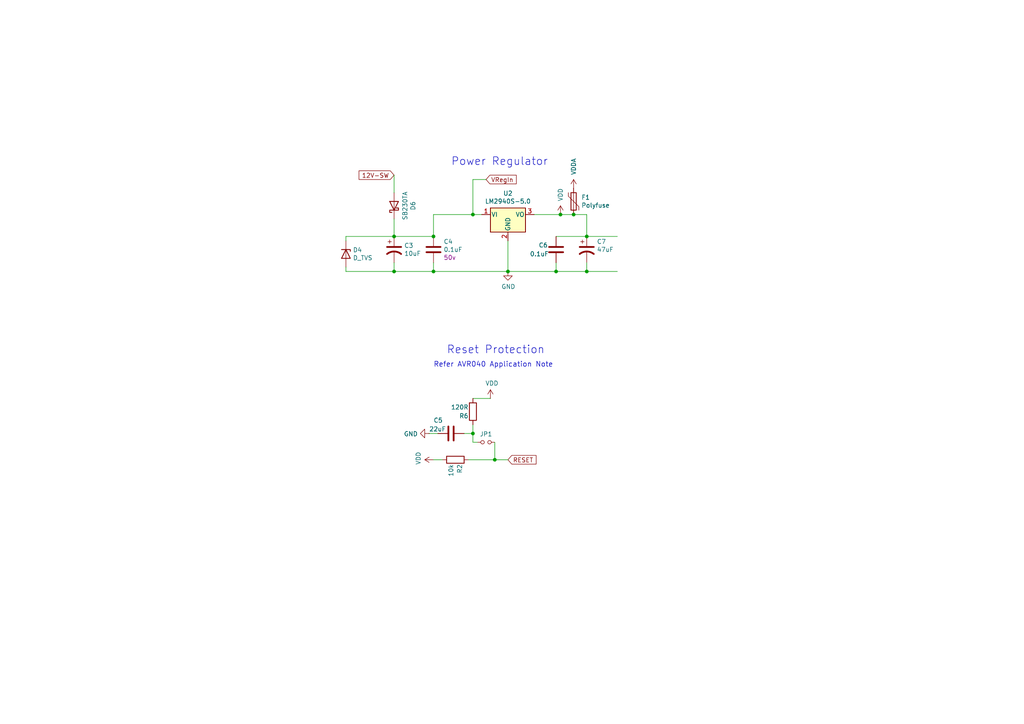
<source format=kicad_sch>
(kicad_sch (version 20231120) (generator "eeschema") (generator_version "8.0")
  (paper "A4")
  (lib_symbols
    (symbol "Device:C" (pin_numbers hide) (pin_names (offset 0.254))
      (property "Reference" "C" (at 0.635 2.54 0))
      (property "Value" "C" (at 0.635 -2.54 0))
      (symbol "C_0_1"
        (polyline (pts (xy -2.032 -0.762) (xy 2.032 -0.762)) (stroke (width 0.508)))
        (polyline (pts (xy -2.032 0.762) (xy 2.032 0.762)) (stroke (width 0.508)))
      )
      (symbol "C_1_1"
        (pin passive line (at 0 3.81 270) (length 2.794) (name "~") (number "1"))
        (pin passive line (at 0 -3.81 90) (length 2.794) (name "~") (number "2"))
      )
    )
    (symbol "Device:CP1" (pin_numbers hide) (pin_names (offset 0.254) hide)
      (property "Reference" "C" (at 0.635 2.54 0))
      (property "Value" "Device_CP1" (at 0.635 -2.54 0))
      (symbol "CP1_0_1"
        (polyline (pts (xy -2.032 0.762) (xy 2.032 0.762)) (stroke (width 0.508)))
        (polyline (pts (xy -1.778 2.286) (xy -0.762 2.286)))
        (polyline (pts (xy -1.27 1.778) (xy -1.27 2.794)))
        (arc (start 2.032 -1.27) (mid 0 -0.5572) (end -2.032 -1.27) (stroke (width 0.508)))
      )
      (symbol "CP1_1_1"
        (pin passive line (at 0 3.81 270) (length 2.794) (name "~") (number "1"))
        (pin passive line (at 0 -3.81 90) (length 3.302) (name "~") (number "2"))
      )
    )
    (symbol "Device:D_Schottky" (pin_numbers hide) (pin_names (offset 1.016) hide)
      (property "Reference" "D" (at 0 2.54 0))
      (property "Value" "D_Schottky" (at 0 -2.54 0))
      (symbol "D_Schottky_0_1"
        (polyline (pts (xy 1.27 0) (xy -1.27 0)))
        (polyline (pts (xy 1.27 1.27) (xy 1.27 -1.27) (xy -1.27 0) (xy 1.27 1.27)) (stroke (width 0.254)))
        (polyline (pts (xy -1.905 0.635) (xy -1.905 1.27) (xy -1.27 1.27) (xy -1.27 -1.27) (xy -0.635 -1.27) (xy -0.635 -0.635)) (stroke (width 0.254)))
      )
      (symbol "D_Schottky_1_1"
        (pin passive line (at -3.81 0 0) (length 2.54) (name "K") (number "1"))
        (pin passive line (at 3.81 0 180) (length 2.54) (name "A") (number "2"))
      )
    )
    (symbol "Device:D_Zener" (pin_numbers hide) (pin_names (offset 1.016) hide)
      (property "Reference" "D" (at 0 2.54 0))
      (property "Value" "D_Zener" (at 0 -2.54 0))
      (symbol "D_Zener_0_1"
        (polyline (pts (xy 1.27 0) (xy -1.27 0)))
        (polyline (pts (xy -1.27 -1.27) (xy -1.27 1.27) (xy -0.762 1.27)) (stroke (width 0.254)))
        (polyline (pts (xy 1.27 -1.27) (xy 1.27 1.27) (xy -1.27 0) (xy 1.27 -1.27)) (stroke (width 0.254)))
      )
      (symbol "D_Zener_1_1"
        (pin passive line (at -3.81 0 0) (length 2.54) (name "K") (number "1"))
        (pin passive line (at 3.81 0 180) (length 2.54) (name "A") (number "2"))
      )
    )
    (symbol "Device:Jumper_NO_Small" (pin_numbers hide) (pin_names (offset 0.762) hide)
      (property "Reference" "JP" (at 0 2.032 0))
      (property "Value" "Device_Jumper_NO_Small" (at 0.254 -1.524 0))
      (symbol "Jumper_NO_Small_0_1"
        (circle (center -1.016 0) (radius 0.508))
        (circle (center 1.016 0) (radius 0.508))
        (pin passive line (at -2.54 0 0) (length 1.016) (name "1") (number "1"))
        (pin passive line (at 2.54 0 180) (length 1.016) (name "2") (number "2"))
      )
    )
    (symbol "Device:Polyfuse" (pin_numbers hide) (pin_names (offset 0))
      (property "Reference" "F" (at -2.54 0 90))
      (property "Value" "Polyfuse" (at 2.54 0 90))
      (symbol "Polyfuse_0_1"
        (rectangle (start -0.762 2.54) (end 0.762 -2.54) (stroke (width 0.254)))
        (polyline (pts (xy 0 2.54) (xy 0 -2.54)))
        (polyline (pts (xy -1.524 2.54) (xy -1.524 1.524) (xy 1.524 -1.524) (xy 1.524 -2.54)))
      )
      (symbol "Polyfuse_1_1"
        (pin passive line (at 0 3.81 270) (length 1.27) (name "~") (number "1"))
        (pin passive line (at 0 -3.81 90) (length 1.27) (name "~") (number "2"))
      )
    )
    (symbol "Device:R" (pin_numbers hide) (pin_names (offset 0))
      (property "Reference" "R" (at 2.032 0 90))
      (property "Value" "R" (at 0 0 90))
      (symbol "R_0_1"
        (rectangle (start -1.016 -2.54) (end 1.016 2.54) (stroke (width 0.254)))
      )
      (symbol "R_1_1"
        (pin passive line (at 0 3.81 270) (length 1.27) (name "~") (number "1"))
        (pin passive line (at 0 -3.81 90) (length 1.27) (name "~") (number "2"))
      )
    )
    (symbol "Regulator_Linear:LM2937xS" (pin_names (offset 0.254))
      (property "Reference" "U" (at -3.81 3.175 0))
      (property "Value" "LM2937xS" (at 0 3.175 0))
      (symbol "LM2937xS_0_1"
        (rectangle (start -5.08 -5.08) (end 5.08 1.905) (stroke (width 0.254)) (fill (type background)))
      )
      (symbol "LM2937xS_1_1"
        (pin power_in line (at -7.62 0 0) (length 2.54) (name "VI") (number "1"))
        (pin power_in line (at 0 -7.62 90) (length 2.54) (name "GND") (number "2"))
        (pin power_out line (at 7.62 0 180) (length 2.54) (name "VO") (number "3"))
      )
    )
    (symbol "power:GND" (power) (pin_numbers hide) (pin_names (offset 0) hide)
      (property "Value" "GND" (at 0 -3.81 0))
      (symbol "GND_0_1"
        (polyline (pts (xy 0 0) (xy 0 -1.27) (xy 1.27 -1.27) (xy 0 -2.54) (xy -1.27 -1.27) (xy 0 -1.27)))
      )
      (symbol "GND_1_1"
        (pin power_in line (at 0 0 270) (length 0) (name "~") (number "1"))
      )
    )
    (symbol "power:VDD" (power) (pin_numbers hide) (pin_names (offset 0) hide)
      (property "Value" "VDD" (at 0 3.556 0))
      (symbol "VDD_0_1"
        (polyline (pts (xy -0.762 1.27) (xy 0 2.54)))
        (polyline (pts (xy 0 0) (xy 0 2.54)))
        (polyline (pts (xy 0 2.54) (xy 0.762 1.27)))
      )
      (symbol "VDD_1_1"
        (pin power_in line (at 0 0 90) (length 0) (name "~") (number "1"))
      )
    )
    (symbol "power:VDDA" (power) (pin_numbers hide) (pin_names (offset 0) hide)
      (property "Value" "VDDA" (at 0 3.556 0))
      (symbol "VDDA_0_1"
        (polyline (pts (xy -0.762 1.27) (xy 0 2.54)))
        (polyline (pts (xy 0 0) (xy 0 2.54)))
        (polyline (pts (xy 0 2.54) (xy 0.762 1.27)))
      )
      (symbol "VDDA_1_1"
        (pin power_in line (at 0 0 90) (length 0) (name "~") (number "1"))
      )
    )
  )
  (junction (at 147.32 78.74))
  (junction (at 125.73 78.74))
  (junction (at 143.51 133.35))
  (junction (at 161.29 78.74))
  (junction (at 137.16 62.23))
  (junction (at 125.73 68.58))
  (junction (at 114.3 68.58))
  (junction (at 137.16 125.73))
  (junction (at 114.3 78.74))
  (junction (at 170.18 68.58))
  (junction (at 170.18 78.74))
  (junction (at 162.56 62.23))
  (junction (at 166.37 62.23))
  (wire (pts (xy 124.46 125.73) (xy 127 125.73)))
  (wire (pts (xy 170.18 62.23) (xy 170.18 68.58)))
  (wire (pts (xy 125.73 133.35) (xy 128.27 133.35)))
  (wire (pts (xy 147.32 69.85) (xy 147.32 78.74)))
  (wire (pts (xy 137.16 125.73) (xy 137.16 123.19)))
  (wire (pts (xy 161.29 78.74) (xy 147.32 78.74)))
  (wire (pts (xy 114.3 63.5) (xy 114.3 68.58)))
  (wire (pts (xy 137.16 128.27) (xy 137.16 125.73)))
  (wire (pts (xy 100.33 68.58) (xy 114.3 68.58)))
  (wire (pts (xy 179.07 78.74) (xy 170.18 78.74)))
  (wire (pts (xy 166.37 62.23) (xy 170.18 62.23)))
  (wire (pts (xy 125.73 68.58) (xy 125.73 62.23)))
  (wire (pts (xy 154.94 62.23) (xy 162.56 62.23)))
  (wire (pts (xy 137.16 128.27) (xy 138.43 128.27)))
  (wire (pts (xy 161.29 68.58) (xy 170.18 68.58)))
  (wire (pts (xy 143.51 133.35) (xy 147.32 133.35)))
  (wire (pts (xy 114.3 76.2) (xy 114.3 78.74)))
  (wire (pts (xy 134.62 125.73) (xy 137.16 125.73)))
  (wire (pts (xy 162.56 62.23) (xy 166.37 62.23)))
  (wire (pts (xy 100.33 78.74) (xy 100.33 77.47)))
  (wire (pts (xy 140.97 52.07) (xy 137.16 52.07)))
  (wire (pts (xy 170.18 76.2) (xy 170.18 78.74)))
  (wire (pts (xy 161.29 76.2) (xy 161.29 78.74)))
  (wire (pts (xy 100.33 78.74) (xy 114.3 78.74)))
  (wire (pts (xy 125.73 78.74) (xy 147.32 78.74)))
  (wire (pts (xy 179.07 68.58) (xy 170.18 68.58)))
  (wire (pts (xy 135.89 133.35) (xy 143.51 133.35)))
  (wire (pts (xy 170.18 78.74) (xy 161.29 78.74)))
  (wire (pts (xy 139.7 62.23) (xy 137.16 62.23)))
  (wire (pts (xy 114.3 50.8) (xy 114.3 55.88)))
  (wire (pts (xy 125.73 62.23) (xy 137.16 62.23)))
  (wire (pts (xy 137.16 52.07) (xy 137.16 62.23)))
  (wire (pts (xy 125.73 76.2) (xy 125.73 78.74)))
  (wire (pts (xy 137.16 115.57) (xy 142.24 115.57)))
  (wire (pts (xy 114.3 78.74) (xy 125.73 78.74)))
  (wire (pts (xy 114.3 68.58) (xy 125.73 68.58)))
  (wire (pts (xy 100.33 68.58) (xy 100.33 69.85)))
  (wire (pts (xy 143.51 128.27) (xy 143.51 133.35)))
  (text "Reset Protection" (at 129.54 102.87 0) (effects (font (size 2.2606 2.2606)) (justify left bottom)))
  (text "Refer AVR040 Application Note" (at 125.73 106.68 0) (effects (font (size 1.4732 1.4732)) (justify left bottom)))
  (text "Power Regulator" (at 130.81 48.26 0) (effects (font (size 2.2606 2.2606)) (justify left bottom)))
  (global_label "12V-SW" (shape input) (at 114.3 50.8 180) (property "Intersheetrefs" "${INTERSHEET_REFS}" (effects (hide yes))))
  (global_label "RESET" (shape input) (at 147.32 133.35 0) (property "Intersheetrefs" "${INTERSHEET_REFS}" (effects (hide yes))))
  (global_label "VRegIn" (shape input) (at 140.97 52.07 0) (property "Intersheetrefs" "${INTERSHEET_REFS}" (effects (hide yes))))
  (symbol (lib_id "Device:R") (at 132.08 133.35 270) (unit 1)
    (property "Reference" "R2" (at 133.35 134.62 0) (effects (justify left)))
    (property "Value" "10k" (at 130.81 134.62 0) (effects (justify left)))
    (property "Footprint" "Resistor_THT:R_Axial_DIN0204_L3.6mm_D1.6mm_P5.08mm_Horizontal" (effects (hide yes)))
    (property "Digikey Part Number" "BC10.0KXCT-ND" (effects (hide yes)))
    (property "Manufacturer_Name" "Vishay" (effects (hide yes)))
    (property "Manufacturer_Part_Number" "MBA02040C1002FRP00" (effects (hide yes)))
    (property "URL" "https://www.digikey.com.au/product-detail/en/vishay-beyschlag-draloric-bc-components/MBA02040C1002FRP00/BC10-0KXCT-ND/336866" (effects (hide yes)))
  )
  (symbol (lib_id "Device:Jumper_NO_Small") (at 140.97 128.27 0) (unit 1)
    (property "Reference" "JP1" (at 140.97 125.9078 0))
    (property "Value" "Jumper_NO_Small" (effects (hide yes)))
    (property "Footprint" "Connector_PinHeader_2.54mm:PinHeader_1x02_P2.54mm_Vertical" (effects (hide yes)))
  )
  (symbol (lib_id "Device:D_Schottky") (at 114.3 59.69 90) (unit 1)
    (property "Reference" "D6" (at 119.7864 59.69 0))
    (property "Value" "SB230TA" (at 117.475 59.69 0))
    (property "Footprint" "Diode_THT:D_DO-41_SOD81_P7.62mm_Horizontal" (effects (hide yes)))
    (property "Datasheet" "https://www.mouser.com/datasheet/2/115/ds13002-60388.pdf" (effects (hide yes)))
    (property "Digikey Part Number" "1655-1518-1-ND" (effects (hide yes)))
    (property "Manufacturer_Name" "SMC" (effects (hide yes)))
    (property "Manufacturer_Part_Number" "SB230TA" (effects (hide yes)))
    (property "URL" "https://www.digikey.com.au/product-detail/en/smc-diode-solutions/SB230TA/1655-1518-1-ND/6022963" (effects (hide yes)))
  )
  (symbol (lib_id "Device:CP1") (at 170.18 72.39 0) (unit 1)
    (property "Reference" "C7" (at 173.101 70.0786 0) (effects (justify left)))
    (property "Value" "47uF" (at 173.101 72.39 0) (effects (justify left)))
    (property "Footprint" "Capacitor_THT:CP_Radial_D8.0mm_P5.00mm" (effects (hide yes)))
    (property "Digikey Part Number" "P19658CT-ND" (effects (hide yes)))
    (property "Manufacturer_Name" "Panasonic" (effects (hide yes)))
    (property "Manufacturer_Part_Number" "EEU-FC1H470B" (effects (hide yes)))
  )
  (symbol (lib_id "power:GND") (at 124.46 125.73 270) (unit 1)
    (property "Reference" "#PWR013" (effects (hide yes)))
    (property "Value" "GND" (at 121.2088 125.857 90) (effects (justify right)))
  )
  (symbol (lib_id "power:VDD") (at 162.56 62.23 0) (unit 1)
    (property "Reference" "#PWR017" (effects (hide yes)))
    (property "Value" "VDD" (at 162.56 58.42 90) (effects (justify left)))
  )
  (symbol (lib_id "Regulator_Linear:LM2937xS") (at 147.32 62.23 0) (unit 1)
    (property "Reference" "U2" (at 147.32 56.0832 0))
    (property "Value" "LM2940S-5.0" (at 147.32 58.3946 0))
    (property "Footprint" "Package_TO_SOT_THT:TO-220-3_Horizontal_TabDown" (effects (hide yes)))
    (property "Digikey Part Number" "NCV7805BTGOS-ND" (effects (hide yes)))
    (property "Manufacturer_Name" "ON Semi" (effects (hide yes)))
    (property "Manufacturer_Part_Number" "NCV7805BTG" (effects (hide yes)))
    (property "URL" "https://www.digikey.com.au/product-detail/en/on-semiconductor/NCV7805BTG/NCV7805BTGOS-ND/921437" (effects (hide yes)))
  )
  (symbol (lib_id "power:VDDA") (at 166.37 54.61 0) (unit 1)
    (property "Reference" "#PWR018" (effects (hide yes)))
    (property "Value" "VDDA" (at 166.37 50.8 90) (effects (justify left)))
  )
  (symbol (lib_id "power:VDD") (at 125.73 133.35 90) (unit 1)
    (property "Reference" "#PWR014" (effects (hide yes)))
    (property "Value" "VDD" (at 121.3358 132.9182 0))
  )
  (symbol (lib_id "Device:C") (at 125.73 72.39 0) (unit 1)
    (property "Reference" "C4" (at 128.651 70.0786 0) (effects (justify left)))
    (property "Value" "0.1uF" (at 128.651 72.39 0) (effects (justify left)))
    (property "Footprint" "Capacitor_THT:C_Disc_D5.0mm_W2.5mm_P2.50mm" (effects (hide yes)))
    (property "Voltage" "50v" (at 128.651 74.7014 0) (effects (justify left)))
    (property "Digikey Part Number" "445-180563-1-ND" (effects (hide yes)))
    (property "Manufacturer_Name" "TDK" (effects (hide yes)))
    (property "Manufacturer_Part_Number" "FA18X8R1E104KNU06" (effects (hide yes)))
    (property "URL" "https://www.digikey.com.au/product-detail/en/tdk-corporation/FA18X8R1E104KNU06/445-180563-1-ND/9560689" (effects (hide yes)))
  )
  (symbol (lib_id "power:GND") (at 147.32 78.74 0) (unit 1)
    (property "Reference" "#PWR016" (effects (hide yes)))
    (property "Value" "GND" (at 147.447 83.1342 0))
  )
  (symbol (lib_id "Device:C") (at 130.81 125.73 270) (unit 1)
    (property "Reference" "C5" (at 125.73 121.92 90) (effects (justify left)))
    (property "Value" "22uF" (at 124.46 124.46 90) (effects (justify left)))
    (property "Footprint" "Capacitor_THT:C_Disc_D7.5mm_W5.0mm_P5.00mm" (effects (hide yes)))
    (property "Digikey Part Number" "445-180603-1-ND" (effects (hide yes)))
    (property "Manufacturer_Name" "TDK" (effects (hide yes)))
    (property "Manufacturer_Part_Number" "FA22X7R1E226MRU06" (effects (hide yes)))
  )
  (symbol (lib_id "Device:D_Zener") (at 100.33 73.66 270) (unit 1)
    (property "Reference" "D4" (at 102.3366 72.4916 90) (effects (justify left)))
    (property "Value" "D_TVS" (at 102.3366 74.803 90) (effects (justify left)))
    (property "Footprint" "Diode_THT:D_DO-15_P12.70mm_Horizontal" (effects (hide yes)))
    (property "Digikey Part Number" "F6853CT-ND" (effects (hide yes)))
    (property "Manufacturer_Name" "Littelfuse" (effects (hide yes)))
    (property "Manufacturer_Part_Number" "TP6KE47A" (effects (hide yes)))
  )
  (symbol (lib_id "Device:R") (at 137.16 119.38 180) (unit 1)
    (property "Reference" "R6" (at 135.89 120.65 0) (effects (justify left)))
    (property "Value" "120R" (at 135.89 118.11 0) (effects (justify left)))
    (property "Footprint" "Resistor_THT:R_Axial_DIN0204_L3.6mm_D1.6mm_P5.08mm_Horizontal" (effects (hide yes)))
    (property "Digikey Part Number" "BC3453CT-ND" (effects (hide yes)))
    (property "Manufacturer_Name" "Vishay" (effects (hide yes)))
    (property "Manufacturer_Part_Number" "MBA02040C1200FC100" (effects (hide yes)))
  )
  (symbol (lib_id "power:VDD") (at 142.24 115.57 0) (unit 1)
    (property "Reference" "#PWR015" (effects (hide yes)))
    (property "Value" "VDD" (at 142.6718 111.1758 0))
  )
  (symbol (lib_id "Device:C") (at 161.29 72.39 0) (unit 1)
    (property "Reference" "C6" (at 156.21 71.12 0) (effects (justify left)))
    (property "Value" "0.1uF" (at 153.67 73.66 0) (effects (justify left)))
    (property "Footprint" "Capacitor_THT:C_Disc_D5.0mm_W2.5mm_P2.50mm" (effects (hide yes)))
    (property "Digikey Part Number" "445-180563-1-ND" (effects (hide yes)))
    (property "Manufacturer_Name" "TDK" (effects (hide yes)))
    (property "Manufacturer_Part_Number" "FA18X8R1E104KNU06" (effects (hide yes)))
    (property "URL" "https://www.digikey.com.au/product-detail/en/tdk-corporation/FA18X8R1E104KNU06/445-180563-1-ND/9560689" (effects (hide yes)))
  )
  (symbol (lib_id "Device:Polyfuse") (at 166.37 58.42 0) (unit 1)
    (property "Reference" "F1" (at 168.6052 57.2516 0) (effects (justify left)))
    (property "Value" "Polyfuse" (at 168.6052 59.563 0) (effects (justify left)))
    (property "Footprint" "Fuse:Fuse_BelFuse_0ZRE0055FF_L14.0mm_W4.1mm" (effects (hide yes)))
    (property "Digikey Part Number" "507-2403-ND" (effects (hide yes)))
    (property "Manufacturer_Name" "Bel Fuse" (effects (hide yes)))
    (property "Manufacturer_Part_Number" "0ZRP0050FF1E" (effects (hide yes)))
    (property "URL" "https://www.digikey.com.au/product-detail/en/bel-fuse-inc/0ZRP0050FF1E/507-2403-ND/9468252" (effects (hide yes)))
  )
  (symbol (lib_id "Device:CP1") (at 114.3 72.39 0) (unit 1)
    (property "Reference" "C3" (at 117.221 71.2216 0) (effects (justify left)))
    (property "Value" "10uF" (at 117.221 73.533 0) (effects (justify left)))
    (property "Footprint" "Capacitor_THT:CP_Radial_D5.0mm_P2.00mm" (effects (hide yes)))
    (property "Voltage" "50v" (effects (hide yes)))
    (property "Digikey Part Number" "P10316-ND" (effects (hide yes)))
    (property "Manufacturer_Name" "Panasonic" (effects (hide yes)))
    (property "Manufacturer_Part_Number" "EEU-FC1H100L" (effects (hide yes)))
    (property "URL" "https://www.digikey.com.au/product-detail/en/panasonic-electronic-components/EEU-FC1H100L/P10316-ND/266325" (effects (hide yes)))
  )
)
</source>
